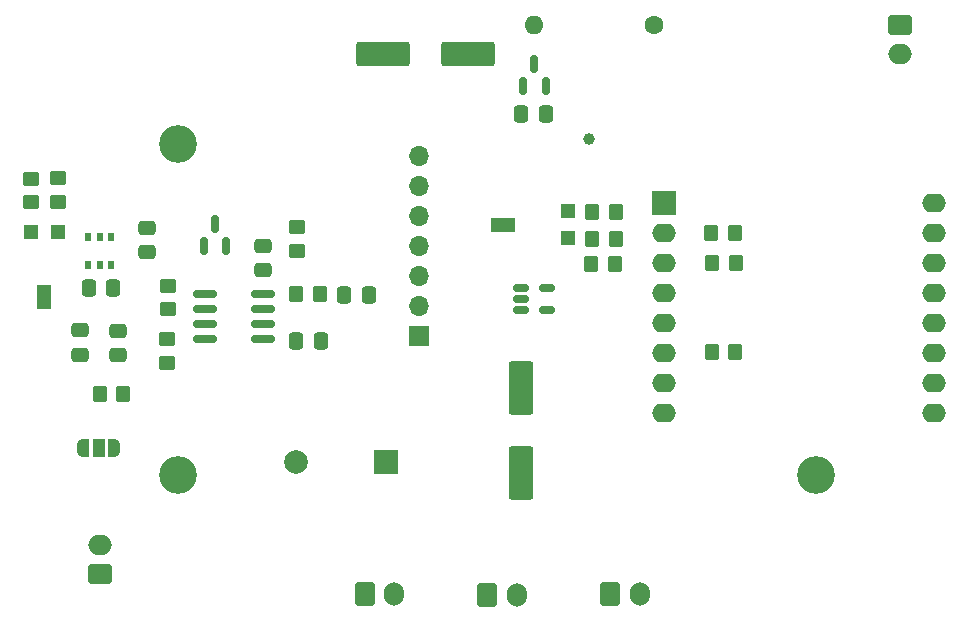
<source format=gbr>
%TF.GenerationSoftware,KiCad,Pcbnew,8.0.7*%
%TF.CreationDate,2025-02-17T10:06:15+01:00*%
%TF.ProjectId,Mail-box,4d61696c-2d62-46f7-982e-6b696361645f,rev?*%
%TF.SameCoordinates,Original*%
%TF.FileFunction,Soldermask,Top*%
%TF.FilePolarity,Negative*%
%FSLAX46Y46*%
G04 Gerber Fmt 4.6, Leading zero omitted, Abs format (unit mm)*
G04 Created by KiCad (PCBNEW 8.0.7) date 2025-02-17 10:06:15*
%MOMM*%
%LPD*%
G01*
G04 APERTURE LIST*
G04 Aperture macros list*
%AMRoundRect*
0 Rectangle with rounded corners*
0 $1 Rounding radius*
0 $2 $3 $4 $5 $6 $7 $8 $9 X,Y pos of 4 corners*
0 Add a 4 corners polygon primitive as box body*
4,1,4,$2,$3,$4,$5,$6,$7,$8,$9,$2,$3,0*
0 Add four circle primitives for the rounded corners*
1,1,$1+$1,$2,$3*
1,1,$1+$1,$4,$5*
1,1,$1+$1,$6,$7*
1,1,$1+$1,$8,$9*
0 Add four rect primitives between the rounded corners*
20,1,$1+$1,$2,$3,$4,$5,0*
20,1,$1+$1,$4,$5,$6,$7,0*
20,1,$1+$1,$6,$7,$8,$9,0*
20,1,$1+$1,$8,$9,$2,$3,0*%
%AMFreePoly0*
4,1,19,0.550000,-0.750000,0.000000,-0.750000,0.000000,-0.744911,-0.071157,-0.744911,-0.207708,-0.704816,-0.327430,-0.627875,-0.420627,-0.520320,-0.479746,-0.390866,-0.500000,-0.250000,-0.500000,0.250000,-0.479746,0.390866,-0.420627,0.520320,-0.327430,0.627875,-0.207708,0.704816,-0.071157,0.744911,0.000000,0.744911,0.000000,0.750000,0.550000,0.750000,0.550000,-0.750000,0.550000,-0.750000,
$1*%
%AMFreePoly1*
4,1,19,0.000000,0.744911,0.071157,0.744911,0.207708,0.704816,0.327430,0.627875,0.420627,0.520320,0.479746,0.390866,0.500000,0.250000,0.500000,-0.250000,0.479746,-0.390866,0.420627,-0.520320,0.327430,-0.627875,0.207708,-0.704816,0.071157,-0.744911,0.000000,-0.744911,0.000000,-0.750000,-0.550000,-0.750000,-0.550000,0.750000,0.000000,0.750000,0.000000,0.744911,0.000000,0.744911,
$1*%
G04 Aperture macros list end*
%ADD10C,1.000000*%
%ADD11RoundRect,0.250001X1.999999X0.799999X-1.999999X0.799999X-1.999999X-0.799999X1.999999X-0.799999X0*%
%ADD12RoundRect,0.250000X0.450000X-0.350000X0.450000X0.350000X-0.450000X0.350000X-0.450000X-0.350000X0*%
%ADD13RoundRect,0.250000X-0.450000X0.350000X-0.450000X-0.350000X0.450000X-0.350000X0.450000X0.350000X0*%
%ADD14C,3.200000*%
%ADD15RoundRect,0.250000X-0.600000X-0.750000X0.600000X-0.750000X0.600000X0.750000X-0.600000X0.750000X0*%
%ADD16O,1.700000X2.000000*%
%ADD17RoundRect,0.250000X0.750000X-0.600000X0.750000X0.600000X-0.750000X0.600000X-0.750000X-0.600000X0*%
%ADD18O,2.000000X1.700000*%
%ADD19RoundRect,0.250000X-0.337500X-0.475000X0.337500X-0.475000X0.337500X0.475000X-0.337500X0.475000X0*%
%ADD20R,2.000000X2.000000*%
%ADD21O,2.000000X1.600000*%
%ADD22RoundRect,0.150000X0.150000X-0.587500X0.150000X0.587500X-0.150000X0.587500X-0.150000X-0.587500X0*%
%ADD23RoundRect,0.250000X0.475000X-0.337500X0.475000X0.337500X-0.475000X0.337500X-0.475000X-0.337500X0*%
%ADD24RoundRect,0.250000X-0.750000X0.600000X-0.750000X-0.600000X0.750000X-0.600000X0.750000X0.600000X0*%
%ADD25RoundRect,0.150000X-0.825000X-0.150000X0.825000X-0.150000X0.825000X0.150000X-0.825000X0.150000X0*%
%ADD26RoundRect,0.250000X0.337500X0.475000X-0.337500X0.475000X-0.337500X-0.475000X0.337500X-0.475000X0*%
%ADD27R,1.700000X1.700000*%
%ADD28O,1.700000X1.700000*%
%ADD29RoundRect,0.150000X-0.512500X-0.150000X0.512500X-0.150000X0.512500X0.150000X-0.512500X0.150000X0*%
%ADD30RoundRect,0.250000X-0.350000X-0.450000X0.350000X-0.450000X0.350000X0.450000X-0.350000X0.450000X0*%
%ADD31C,2.000000*%
%ADD32FreePoly0,0.000000*%
%ADD33R,1.000000X1.500000*%
%ADD34FreePoly1,0.000000*%
%ADD35C,1.600000*%
%ADD36O,1.600000X1.600000*%
%ADD37RoundRect,0.250000X0.350000X0.450000X-0.350000X0.450000X-0.350000X-0.450000X0.350000X-0.450000X0*%
%ADD38R,1.300000X1.300000*%
%ADD39R,1.300000X2.000000*%
%ADD40R,0.510000X0.700000*%
%ADD41R,2.000000X1.300000*%
%ADD42RoundRect,0.250001X-0.799999X1.999999X-0.799999X-1.999999X0.799999X-1.999999X0.799999X1.999999X0*%
G04 APERTURE END LIST*
D10*
%TO.C,3V1*%
X128240000Y-83780000D03*
%TD*%
D11*
%TO.C,C7*%
X117970000Y-76570000D03*
X110770000Y-76570000D03*
%TD*%
D12*
%TO.C,R9*%
X92470000Y-102720000D03*
X92470000Y-100720000D03*
%TD*%
D13*
%TO.C,R1*%
X81010000Y-87160000D03*
X81010000Y-89160000D03*
%TD*%
D14*
%TO.C,REF\u002A\u002A*%
X93395000Y-112215000D03*
%TD*%
%TO.C,REF\u002A\u002A*%
X93395000Y-84235000D03*
%TD*%
D15*
%TO.C,J4*%
X130030000Y-122300000D03*
D16*
X132530000Y-122300000D03*
%TD*%
D17*
%TO.C,J1*%
X86782500Y-120630000D03*
D18*
X86782500Y-118130000D03*
%TD*%
D19*
%TO.C,C9*%
X85852500Y-96400000D03*
X87927500Y-96400000D03*
%TD*%
D20*
%TO.C,U3*%
X134525000Y-89180000D03*
D21*
X134525000Y-91720000D03*
X134525000Y-94260000D03*
X134525000Y-96800000D03*
X134525000Y-99340000D03*
X134525000Y-101880000D03*
X134525000Y-104420000D03*
X134525000Y-106960000D03*
X157385000Y-106960000D03*
X157385000Y-104420000D03*
X157385000Y-101880000D03*
X157385000Y-99340000D03*
X157385000Y-96800000D03*
X157385000Y-94260000D03*
X157385000Y-91720000D03*
X157385000Y-89180000D03*
%TD*%
D22*
%TO.C,Q2*%
X122650000Y-79297500D03*
X124550000Y-79297500D03*
X123600000Y-77422500D03*
%TD*%
D23*
%TO.C,C4*%
X100610000Y-94897500D03*
X100610000Y-92822500D03*
%TD*%
D14*
%TO.C,REF\u002A\u002A*%
X147395000Y-112215000D03*
%TD*%
D24*
%TO.C,J5*%
X154520000Y-74120000D03*
D18*
X154520000Y-76620000D03*
%TD*%
D25*
%TO.C,U2*%
X95680000Y-96950000D03*
X95680000Y-98220000D03*
X95680000Y-99490000D03*
X95680000Y-100760000D03*
X100630000Y-100760000D03*
X100630000Y-99490000D03*
X100630000Y-98220000D03*
X100630000Y-96950000D03*
%TD*%
D26*
%TO.C,C6*%
X124567500Y-81690000D03*
X122492500Y-81690000D03*
%TD*%
D27*
%TO.C,U5*%
X113820000Y-100490000D03*
D28*
X113820000Y-97950000D03*
X113820000Y-95410000D03*
X113820000Y-92870000D03*
X113820000Y-90330000D03*
X113820000Y-87790000D03*
X113820000Y-85250000D03*
%TD*%
D29*
%TO.C,U4*%
X122425000Y-96400000D03*
X122425000Y-97350000D03*
X122425000Y-98300000D03*
X124700000Y-98300000D03*
X124700000Y-96400000D03*
%TD*%
D30*
%TO.C,R11*%
X103450000Y-96940000D03*
X105450000Y-96940000D03*
%TD*%
D20*
%TO.C,BZ1*%
X111000000Y-111150000D03*
D31*
X103400000Y-111150000D03*
%TD*%
D23*
%TO.C,C1*%
X85140000Y-102047500D03*
X85140000Y-99972500D03*
%TD*%
D32*
%TO.C,JP1*%
X85410000Y-109970000D03*
D33*
X86710000Y-109970000D03*
D34*
X88010000Y-109970000D03*
%TD*%
D35*
%TO.C,F1*%
X133710000Y-74180000D03*
D36*
X123550000Y-74180000D03*
%TD*%
D15*
%TO.C,J3*%
X119590000Y-122430000D03*
D16*
X122090000Y-122430000D03*
%TD*%
D23*
%TO.C,C2*%
X88320000Y-102087500D03*
X88320000Y-100012500D03*
%TD*%
D37*
%TO.C,R7*%
X140620000Y-94300000D03*
X138620000Y-94300000D03*
%TD*%
%TO.C,R6*%
X88800000Y-105400000D03*
X86800000Y-105400000D03*
%TD*%
%TO.C,R3*%
X130420000Y-94380000D03*
X128420000Y-94380000D03*
%TD*%
D15*
%TO.C,J2*%
X109240000Y-122310000D03*
D16*
X111740000Y-122310000D03*
%TD*%
D30*
%TO.C,R13*%
X138590000Y-101820000D03*
X140590000Y-101820000D03*
%TD*%
%TO.C,R10*%
X138580000Y-91710000D03*
X140580000Y-91710000D03*
%TD*%
D37*
%TO.C,R14*%
X130490000Y-89940000D03*
X128490000Y-89940000D03*
%TD*%
D38*
%TO.C,RV1*%
X80950000Y-91630000D03*
D39*
X82100000Y-97130000D03*
D38*
X83250000Y-91630000D03*
%TD*%
D23*
%TO.C,C10*%
X90800000Y-93367500D03*
X90800000Y-91292500D03*
%TD*%
D13*
%TO.C,R8*%
X92590000Y-96210000D03*
X92590000Y-98210000D03*
%TD*%
D19*
%TO.C,C5*%
X107492500Y-96960000D03*
X109567500Y-96960000D03*
%TD*%
%TO.C,C3*%
X103412500Y-100860000D03*
X105487500Y-100860000D03*
%TD*%
D12*
%TO.C,R2*%
X83250000Y-89090000D03*
X83250000Y-87090000D03*
%TD*%
D40*
%TO.C,U1*%
X87730000Y-92120000D03*
X86780000Y-92120000D03*
X85830000Y-92120000D03*
X85830000Y-94440000D03*
X86780000Y-94440000D03*
X87730000Y-94440000D03*
%TD*%
D12*
%TO.C,R12*%
X103500000Y-93280000D03*
X103500000Y-91280000D03*
%TD*%
D38*
%TO.C,RV2*%
X126470000Y-89880000D03*
D41*
X120970000Y-91030000D03*
D38*
X126470000Y-92180000D03*
%TD*%
D22*
%TO.C,Q1*%
X95617500Y-92887500D03*
X97517500Y-92887500D03*
X96567500Y-91012500D03*
%TD*%
D42*
%TO.C,C8*%
X122500000Y-104900000D03*
X122500000Y-112100000D03*
%TD*%
D30*
%TO.C,R15*%
X128470000Y-92260000D03*
X130470000Y-92260000D03*
%TD*%
M02*

</source>
